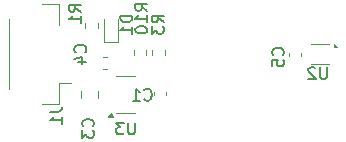
<source format=gbr>
%TF.GenerationSoftware,KiCad,Pcbnew,8.0.4+1*%
%TF.CreationDate,2024-10-14T01:12:22+00:00*%
%TF.ProjectId,TFHT02,54464854-3032-42e6-9b69-6361645f7063,rev?*%
%TF.SameCoordinates,Original*%
%TF.FileFunction,Legend,Bot*%
%TF.FilePolarity,Positive*%
%FSLAX46Y46*%
G04 Gerber Fmt 4.6, Leading zero omitted, Abs format (unit mm)*
G04 Created by KiCad (PCBNEW 8.0.4+1) date 2024-10-14 01:12:22*
%MOMM*%
%LPD*%
G01*
G04 APERTURE LIST*
%ADD10C,0.150000*%
%ADD11C,0.120000*%
G04 APERTURE END LIST*
D10*
X27360804Y6412581D02*
X27360804Y5603058D01*
X27360804Y5603058D02*
X27313185Y5507820D01*
X27313185Y5507820D02*
X27265566Y5460200D01*
X27265566Y5460200D02*
X27170328Y5412581D01*
X27170328Y5412581D02*
X26979852Y5412581D01*
X26979852Y5412581D02*
X26884614Y5460200D01*
X26884614Y5460200D02*
X26836995Y5507820D01*
X26836995Y5507820D02*
X26789376Y5603058D01*
X26789376Y5603058D02*
X26789376Y6412581D01*
X26360804Y6317343D02*
X26313185Y6364962D01*
X26313185Y6364962D02*
X26217947Y6412581D01*
X26217947Y6412581D02*
X25979852Y6412581D01*
X25979852Y6412581D02*
X25884614Y6364962D01*
X25884614Y6364962D02*
X25836995Y6317343D01*
X25836995Y6317343D02*
X25789376Y6222105D01*
X25789376Y6222105D02*
X25789376Y6126867D01*
X25789376Y6126867D02*
X25836995Y5984010D01*
X25836995Y5984010D02*
X26408423Y5412581D01*
X26408423Y5412581D02*
X25789376Y5412581D01*
X6887380Y7685067D02*
X6935000Y7732686D01*
X6935000Y7732686D02*
X6982619Y7875543D01*
X6982619Y7875543D02*
X6982619Y7970781D01*
X6982619Y7970781D02*
X6935000Y8113638D01*
X6935000Y8113638D02*
X6839761Y8208876D01*
X6839761Y8208876D02*
X6744523Y8256495D01*
X6744523Y8256495D02*
X6554047Y8304114D01*
X6554047Y8304114D02*
X6411190Y8304114D01*
X6411190Y8304114D02*
X6220714Y8256495D01*
X6220714Y8256495D02*
X6125476Y8208876D01*
X6125476Y8208876D02*
X6030238Y8113638D01*
X6030238Y8113638D02*
X5982619Y7970781D01*
X5982619Y7970781D02*
X5982619Y7875543D01*
X5982619Y7875543D02*
X6030238Y7732686D01*
X6030238Y7732686D02*
X6077857Y7685067D01*
X6315952Y6827924D02*
X6982619Y6827924D01*
X5935000Y7066019D02*
X6649285Y7304114D01*
X6649285Y7304114D02*
X6649285Y6685067D01*
X10868819Y10771095D02*
X9868819Y10771095D01*
X9868819Y10771095D02*
X9868819Y10533000D01*
X9868819Y10533000D02*
X9916438Y10390143D01*
X9916438Y10390143D02*
X10011676Y10294905D01*
X10011676Y10294905D02*
X10106914Y10247286D01*
X10106914Y10247286D02*
X10297390Y10199667D01*
X10297390Y10199667D02*
X10440247Y10199667D01*
X10440247Y10199667D02*
X10630723Y10247286D01*
X10630723Y10247286D02*
X10725961Y10294905D01*
X10725961Y10294905D02*
X10821200Y10390143D01*
X10821200Y10390143D02*
X10868819Y10533000D01*
X10868819Y10533000D02*
X10868819Y10771095D01*
X10868819Y9247286D02*
X10868819Y9818714D01*
X10868819Y9533000D02*
X9868819Y9533000D01*
X9868819Y9533000D02*
X10011676Y9628238D01*
X10011676Y9628238D02*
X10106914Y9723476D01*
X10106914Y9723476D02*
X10154533Y9818714D01*
X3899819Y2619334D02*
X4614104Y2619334D01*
X4614104Y2619334D02*
X4756961Y2666953D01*
X4756961Y2666953D02*
X4852200Y2762191D01*
X4852200Y2762191D02*
X4899819Y2905048D01*
X4899819Y2905048D02*
X4899819Y3000286D01*
X4899819Y1619334D02*
X4899819Y2190762D01*
X4899819Y1905048D02*
X3899819Y1905048D01*
X3899819Y1905048D02*
X4042676Y2000286D01*
X4042676Y2000286D02*
X4137914Y2095524D01*
X4137914Y2095524D02*
X4185533Y2190762D01*
X23625980Y7431067D02*
X23673600Y7478686D01*
X23673600Y7478686D02*
X23721219Y7621543D01*
X23721219Y7621543D02*
X23721219Y7716781D01*
X23721219Y7716781D02*
X23673600Y7859638D01*
X23673600Y7859638D02*
X23578361Y7954876D01*
X23578361Y7954876D02*
X23483123Y8002495D01*
X23483123Y8002495D02*
X23292647Y8050114D01*
X23292647Y8050114D02*
X23149790Y8050114D01*
X23149790Y8050114D02*
X22959314Y8002495D01*
X22959314Y8002495D02*
X22864076Y7954876D01*
X22864076Y7954876D02*
X22768838Y7859638D01*
X22768838Y7859638D02*
X22721219Y7716781D01*
X22721219Y7716781D02*
X22721219Y7621543D01*
X22721219Y7621543D02*
X22768838Y7478686D01*
X22768838Y7478686D02*
X22816457Y7431067D01*
X22721219Y6526305D02*
X22721219Y7002495D01*
X22721219Y7002495D02*
X23197409Y7050114D01*
X23197409Y7050114D02*
X23149790Y7002495D01*
X23149790Y7002495D02*
X23102171Y6907257D01*
X23102171Y6907257D02*
X23102171Y6669162D01*
X23102171Y6669162D02*
X23149790Y6573924D01*
X23149790Y6573924D02*
X23197409Y6526305D01*
X23197409Y6526305D02*
X23292647Y6478686D01*
X23292647Y6478686D02*
X23530742Y6478686D01*
X23530742Y6478686D02*
X23625980Y6526305D01*
X23625980Y6526305D02*
X23673600Y6573924D01*
X23673600Y6573924D02*
X23721219Y6669162D01*
X23721219Y6669162D02*
X23721219Y6907257D01*
X23721219Y6907257D02*
X23673600Y7002495D01*
X23673600Y7002495D02*
X23625980Y7050114D01*
X11901466Y3679020D02*
X11949085Y3631400D01*
X11949085Y3631400D02*
X12091942Y3583781D01*
X12091942Y3583781D02*
X12187180Y3583781D01*
X12187180Y3583781D02*
X12330037Y3631400D01*
X12330037Y3631400D02*
X12425275Y3726639D01*
X12425275Y3726639D02*
X12472894Y3821877D01*
X12472894Y3821877D02*
X12520513Y4012353D01*
X12520513Y4012353D02*
X12520513Y4155210D01*
X12520513Y4155210D02*
X12472894Y4345686D01*
X12472894Y4345686D02*
X12425275Y4440924D01*
X12425275Y4440924D02*
X12330037Y4536162D01*
X12330037Y4536162D02*
X12187180Y4583781D01*
X12187180Y4583781D02*
X12091942Y4583781D01*
X12091942Y4583781D02*
X11949085Y4536162D01*
X11949085Y4536162D02*
X11901466Y4488543D01*
X10949085Y3583781D02*
X11520513Y3583781D01*
X11234799Y3583781D02*
X11234799Y4583781D01*
X11234799Y4583781D02*
X11330037Y4440924D01*
X11330037Y4440924D02*
X11425275Y4345686D01*
X11425275Y4345686D02*
X11520513Y4298067D01*
X7522380Y1385867D02*
X7570000Y1433486D01*
X7570000Y1433486D02*
X7617619Y1576343D01*
X7617619Y1576343D02*
X7617619Y1671581D01*
X7617619Y1671581D02*
X7570000Y1814438D01*
X7570000Y1814438D02*
X7474761Y1909676D01*
X7474761Y1909676D02*
X7379523Y1957295D01*
X7379523Y1957295D02*
X7189047Y2004914D01*
X7189047Y2004914D02*
X7046190Y2004914D01*
X7046190Y2004914D02*
X6855714Y1957295D01*
X6855714Y1957295D02*
X6760476Y1909676D01*
X6760476Y1909676D02*
X6665238Y1814438D01*
X6665238Y1814438D02*
X6617619Y1671581D01*
X6617619Y1671581D02*
X6617619Y1576343D01*
X6617619Y1576343D02*
X6665238Y1433486D01*
X6665238Y1433486D02*
X6712857Y1385867D01*
X6617619Y1052533D02*
X6617619Y433486D01*
X6617619Y433486D02*
X6998571Y766819D01*
X6998571Y766819D02*
X6998571Y623962D01*
X6998571Y623962D02*
X7046190Y528724D01*
X7046190Y528724D02*
X7093809Y481105D01*
X7093809Y481105D02*
X7189047Y433486D01*
X7189047Y433486D02*
X7427142Y433486D01*
X7427142Y433486D02*
X7522380Y481105D01*
X7522380Y481105D02*
X7570000Y528724D01*
X7570000Y528724D02*
X7617619Y623962D01*
X7617619Y623962D02*
X7617619Y909676D01*
X7617619Y909676D02*
X7570000Y1004914D01*
X7570000Y1004914D02*
X7522380Y1052533D01*
X11099704Y1709181D02*
X11099704Y899658D01*
X11099704Y899658D02*
X11052085Y804420D01*
X11052085Y804420D02*
X11004466Y756800D01*
X11004466Y756800D02*
X10909228Y709181D01*
X10909228Y709181D02*
X10718752Y709181D01*
X10718752Y709181D02*
X10623514Y756800D01*
X10623514Y756800D02*
X10575895Y804420D01*
X10575895Y804420D02*
X10528276Y899658D01*
X10528276Y899658D02*
X10528276Y1709181D01*
X10147323Y1709181D02*
X9528276Y1709181D01*
X9528276Y1709181D02*
X9861609Y1328229D01*
X9861609Y1328229D02*
X9718752Y1328229D01*
X9718752Y1328229D02*
X9623514Y1280610D01*
X9623514Y1280610D02*
X9575895Y1232991D01*
X9575895Y1232991D02*
X9528276Y1137753D01*
X9528276Y1137753D02*
X9528276Y899658D01*
X9528276Y899658D02*
X9575895Y804420D01*
X9575895Y804420D02*
X9623514Y756800D01*
X9623514Y756800D02*
X9718752Y709181D01*
X9718752Y709181D02*
X10004466Y709181D01*
X10004466Y709181D02*
X10099704Y756800D01*
X10099704Y756800D02*
X10147323Y804420D01*
X13535819Y10199667D02*
X13059628Y10533000D01*
X13535819Y10771095D02*
X12535819Y10771095D01*
X12535819Y10771095D02*
X12535819Y10390143D01*
X12535819Y10390143D02*
X12583438Y10294905D01*
X12583438Y10294905D02*
X12631057Y10247286D01*
X12631057Y10247286D02*
X12726295Y10199667D01*
X12726295Y10199667D02*
X12869152Y10199667D01*
X12869152Y10199667D02*
X12964390Y10247286D01*
X12964390Y10247286D02*
X13012009Y10294905D01*
X13012009Y10294905D02*
X13059628Y10390143D01*
X13059628Y10390143D02*
X13059628Y10771095D01*
X12535819Y9866333D02*
X12535819Y9247286D01*
X12535819Y9247286D02*
X12916771Y9580619D01*
X12916771Y9580619D02*
X12916771Y9437762D01*
X12916771Y9437762D02*
X12964390Y9342524D01*
X12964390Y9342524D02*
X13012009Y9294905D01*
X13012009Y9294905D02*
X13107247Y9247286D01*
X13107247Y9247286D02*
X13345342Y9247286D01*
X13345342Y9247286D02*
X13440580Y9294905D01*
X13440580Y9294905D02*
X13488200Y9342524D01*
X13488200Y9342524D02*
X13535819Y9437762D01*
X13535819Y9437762D02*
X13535819Y9723476D01*
X13535819Y9723476D02*
X13488200Y9818714D01*
X13488200Y9818714D02*
X13440580Y9866333D01*
X12138819Y11183858D02*
X11662628Y11517191D01*
X12138819Y11755286D02*
X11138819Y11755286D01*
X11138819Y11755286D02*
X11138819Y11374334D01*
X11138819Y11374334D02*
X11186438Y11279096D01*
X11186438Y11279096D02*
X11234057Y11231477D01*
X11234057Y11231477D02*
X11329295Y11183858D01*
X11329295Y11183858D02*
X11472152Y11183858D01*
X11472152Y11183858D02*
X11567390Y11231477D01*
X11567390Y11231477D02*
X11615009Y11279096D01*
X11615009Y11279096D02*
X11662628Y11374334D01*
X11662628Y11374334D02*
X11662628Y11755286D01*
X12138819Y10231477D02*
X12138819Y10802905D01*
X12138819Y10517191D02*
X11138819Y10517191D01*
X11138819Y10517191D02*
X11281676Y10612429D01*
X11281676Y10612429D02*
X11376914Y10707667D01*
X11376914Y10707667D02*
X11424533Y10802905D01*
X11138819Y9612429D02*
X11138819Y9517191D01*
X11138819Y9517191D02*
X11186438Y9421953D01*
X11186438Y9421953D02*
X11234057Y9374334D01*
X11234057Y9374334D02*
X11329295Y9326715D01*
X11329295Y9326715D02*
X11519771Y9279096D01*
X11519771Y9279096D02*
X11757866Y9279096D01*
X11757866Y9279096D02*
X11948342Y9326715D01*
X11948342Y9326715D02*
X12043580Y9374334D01*
X12043580Y9374334D02*
X12091200Y9421953D01*
X12091200Y9421953D02*
X12138819Y9517191D01*
X12138819Y9517191D02*
X12138819Y9612429D01*
X12138819Y9612429D02*
X12091200Y9707667D01*
X12091200Y9707667D02*
X12043580Y9755286D01*
X12043580Y9755286D02*
X11948342Y9802905D01*
X11948342Y9802905D02*
X11757866Y9850524D01*
X11757866Y9850524D02*
X11519771Y9850524D01*
X11519771Y9850524D02*
X11329295Y9802905D01*
X11329295Y9802905D02*
X11234057Y9755286D01*
X11234057Y9755286D02*
X11186438Y9707667D01*
X11186438Y9707667D02*
X11138819Y9612429D01*
X6500019Y11114067D02*
X6023828Y11447400D01*
X6500019Y11685495D02*
X5500019Y11685495D01*
X5500019Y11685495D02*
X5500019Y11304543D01*
X5500019Y11304543D02*
X5547638Y11209305D01*
X5547638Y11209305D02*
X5595257Y11161686D01*
X5595257Y11161686D02*
X5690495Y11114067D01*
X5690495Y11114067D02*
X5833352Y11114067D01*
X5833352Y11114067D02*
X5928590Y11161686D01*
X5928590Y11161686D02*
X5976209Y11209305D01*
X5976209Y11209305D02*
X6023828Y11304543D01*
X6023828Y11304543D02*
X6023828Y11685495D01*
X6500019Y10161686D02*
X6500019Y10733114D01*
X6500019Y10447400D02*
X5500019Y10447400D01*
X5500019Y10447400D02*
X5642876Y10542638D01*
X5642876Y10542638D02*
X5738114Y10637876D01*
X5738114Y10637876D02*
X5785733Y10733114D01*
D11*
%TO.C,U2*%
X25996200Y8360000D02*
X27496200Y8360000D01*
X25996200Y6640000D02*
X27496200Y6640000D01*
X28226200Y8100000D02*
X27946200Y8100000D01*
X27946200Y8380000D01*
X28226200Y8100000D01*
G36*
X28226200Y8100000D02*
G01*
X27946200Y8100000D01*
X27946200Y8380000D01*
X28226200Y8100000D01*
G37*
%TO.C,C4*%
X8700380Y7291800D02*
X8419220Y7291800D01*
X8700380Y6271800D02*
X8419220Y6271800D01*
%TO.C,D1*%
X8471000Y8515000D02*
X8471000Y10475000D01*
X8471000Y8515000D02*
X9671000Y8515000D01*
X9671000Y8515000D02*
X9671000Y10475000D01*
%TO.C,J1*%
X437200Y10465000D02*
X437200Y4535000D01*
X4707200Y11735000D02*
X3257200Y11735000D01*
X4707200Y9935000D02*
X4707200Y11735000D01*
X4707200Y5065000D02*
X4707200Y3265000D01*
X4707200Y3265000D02*
X3257200Y3265000D01*
X5697200Y5065000D02*
X4707200Y5065000D01*
%TO.C,C5*%
X24148300Y7640580D02*
X24148300Y7359420D01*
X25168300Y7640580D02*
X25168300Y7359420D01*
%TO.C,C1*%
X12698000Y4331580D02*
X12698000Y4050420D01*
X13718000Y4331580D02*
X13718000Y4050420D01*
%TO.C,C3*%
X6504000Y3828148D02*
X6504000Y4350652D01*
X7974000Y3828148D02*
X7974000Y4350652D01*
%TO.C,U3*%
X9537800Y5624000D02*
X10337800Y5624000D01*
X9537800Y2504000D02*
X10337800Y2504000D01*
X11137800Y5624000D02*
X10337800Y5624000D01*
X11137800Y2504000D02*
X10337800Y2504000D01*
X9277800Y2224000D02*
X8797800Y2224000D01*
X9037800Y2554000D01*
X9277800Y2224000D01*
G36*
X9277800Y2224000D02*
G01*
X8797800Y2224000D01*
X9037800Y2554000D01*
X9277800Y2224000D01*
G37*
%TO.C,R3*%
X12583900Y7882658D02*
X12583900Y7408142D01*
X13628900Y7882658D02*
X13628900Y7408142D01*
%TO.C,R10*%
X11009100Y7882658D02*
X11009100Y7408142D01*
X12054100Y7882658D02*
X12054100Y7408142D01*
%TO.C,R1*%
X6898500Y10168658D02*
X6898500Y9694142D01*
X7943500Y10168658D02*
X7943500Y9694142D01*
%TD*%
M02*

</source>
